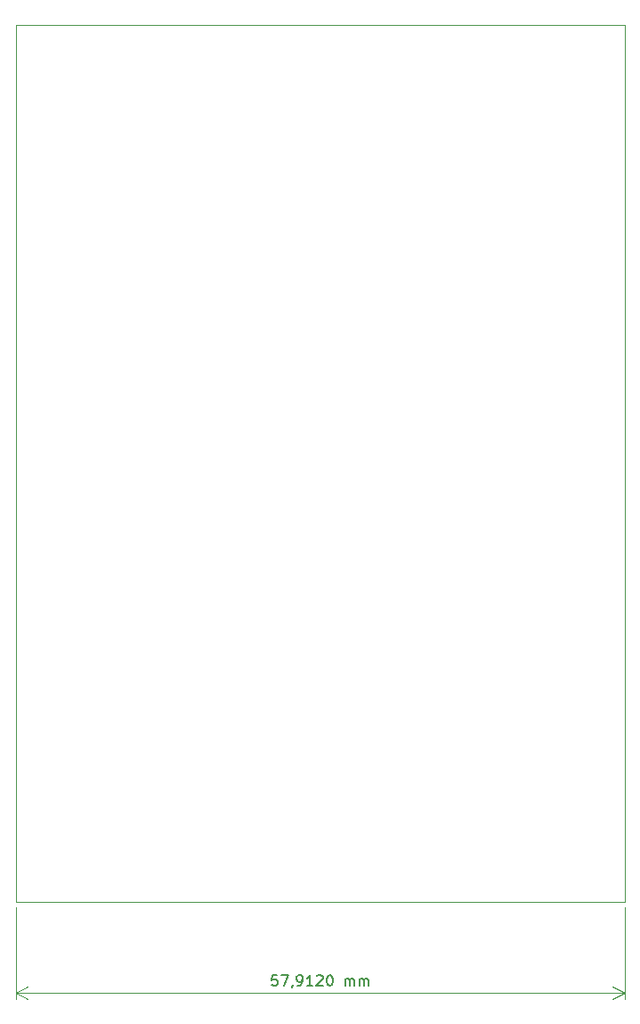
<source format=gm1>
G04 #@! TF.GenerationSoftware,KiCad,Pcbnew,7.0.1*
G04 #@! TF.CreationDate,2023-05-11T17:19:10+02:00*
G04 #@! TF.ProjectId,midi-interface,6d696469-2d69-46e7-9465-72666163652e,rev?*
G04 #@! TF.SameCoordinates,Original*
G04 #@! TF.FileFunction,Profile,NP*
%FSLAX46Y46*%
G04 Gerber Fmt 4.6, Leading zero omitted, Abs format (unit mm)*
G04 Created by KiCad (PCBNEW 7.0.1) date 2023-05-11 17:19:10*
%MOMM*%
%LPD*%
G01*
G04 APERTURE LIST*
G04 #@! TA.AperFunction,Profile*
%ADD10C,0.100000*%
G04 #@! TD*
%ADD11C,0.150000*%
G04 APERTURE END LIST*
D10*
X91440000Y-64516000D02*
X149352000Y-64516000D01*
X149352000Y-147828000D01*
X91440000Y-147828000D01*
X91440000Y-64516000D01*
D11*
X116300762Y-154776619D02*
X115824572Y-154776619D01*
X115824572Y-154776619D02*
X115776953Y-155252809D01*
X115776953Y-155252809D02*
X115824572Y-155205190D01*
X115824572Y-155205190D02*
X115919810Y-155157571D01*
X115919810Y-155157571D02*
X116157905Y-155157571D01*
X116157905Y-155157571D02*
X116253143Y-155205190D01*
X116253143Y-155205190D02*
X116300762Y-155252809D01*
X116300762Y-155252809D02*
X116348381Y-155348047D01*
X116348381Y-155348047D02*
X116348381Y-155586142D01*
X116348381Y-155586142D02*
X116300762Y-155681380D01*
X116300762Y-155681380D02*
X116253143Y-155729000D01*
X116253143Y-155729000D02*
X116157905Y-155776619D01*
X116157905Y-155776619D02*
X115919810Y-155776619D01*
X115919810Y-155776619D02*
X115824572Y-155729000D01*
X115824572Y-155729000D02*
X115776953Y-155681380D01*
X116681715Y-154776619D02*
X117348381Y-154776619D01*
X117348381Y-154776619D02*
X116919810Y-155776619D01*
X117776953Y-155729000D02*
X117776953Y-155776619D01*
X117776953Y-155776619D02*
X117729334Y-155871857D01*
X117729334Y-155871857D02*
X117681715Y-155919476D01*
X118253143Y-155776619D02*
X118443619Y-155776619D01*
X118443619Y-155776619D02*
X118538857Y-155729000D01*
X118538857Y-155729000D02*
X118586476Y-155681380D01*
X118586476Y-155681380D02*
X118681714Y-155538523D01*
X118681714Y-155538523D02*
X118729333Y-155348047D01*
X118729333Y-155348047D02*
X118729333Y-154967095D01*
X118729333Y-154967095D02*
X118681714Y-154871857D01*
X118681714Y-154871857D02*
X118634095Y-154824238D01*
X118634095Y-154824238D02*
X118538857Y-154776619D01*
X118538857Y-154776619D02*
X118348381Y-154776619D01*
X118348381Y-154776619D02*
X118253143Y-154824238D01*
X118253143Y-154824238D02*
X118205524Y-154871857D01*
X118205524Y-154871857D02*
X118157905Y-154967095D01*
X118157905Y-154967095D02*
X118157905Y-155205190D01*
X118157905Y-155205190D02*
X118205524Y-155300428D01*
X118205524Y-155300428D02*
X118253143Y-155348047D01*
X118253143Y-155348047D02*
X118348381Y-155395666D01*
X118348381Y-155395666D02*
X118538857Y-155395666D01*
X118538857Y-155395666D02*
X118634095Y-155348047D01*
X118634095Y-155348047D02*
X118681714Y-155300428D01*
X118681714Y-155300428D02*
X118729333Y-155205190D01*
X119681714Y-155776619D02*
X119110286Y-155776619D01*
X119396000Y-155776619D02*
X119396000Y-154776619D01*
X119396000Y-154776619D02*
X119300762Y-154919476D01*
X119300762Y-154919476D02*
X119205524Y-155014714D01*
X119205524Y-155014714D02*
X119110286Y-155062333D01*
X120062667Y-154871857D02*
X120110286Y-154824238D01*
X120110286Y-154824238D02*
X120205524Y-154776619D01*
X120205524Y-154776619D02*
X120443619Y-154776619D01*
X120443619Y-154776619D02*
X120538857Y-154824238D01*
X120538857Y-154824238D02*
X120586476Y-154871857D01*
X120586476Y-154871857D02*
X120634095Y-154967095D01*
X120634095Y-154967095D02*
X120634095Y-155062333D01*
X120634095Y-155062333D02*
X120586476Y-155205190D01*
X120586476Y-155205190D02*
X120015048Y-155776619D01*
X120015048Y-155776619D02*
X120634095Y-155776619D01*
X121253143Y-154776619D02*
X121348381Y-154776619D01*
X121348381Y-154776619D02*
X121443619Y-154824238D01*
X121443619Y-154824238D02*
X121491238Y-154871857D01*
X121491238Y-154871857D02*
X121538857Y-154967095D01*
X121538857Y-154967095D02*
X121586476Y-155157571D01*
X121586476Y-155157571D02*
X121586476Y-155395666D01*
X121586476Y-155395666D02*
X121538857Y-155586142D01*
X121538857Y-155586142D02*
X121491238Y-155681380D01*
X121491238Y-155681380D02*
X121443619Y-155729000D01*
X121443619Y-155729000D02*
X121348381Y-155776619D01*
X121348381Y-155776619D02*
X121253143Y-155776619D01*
X121253143Y-155776619D02*
X121157905Y-155729000D01*
X121157905Y-155729000D02*
X121110286Y-155681380D01*
X121110286Y-155681380D02*
X121062667Y-155586142D01*
X121062667Y-155586142D02*
X121015048Y-155395666D01*
X121015048Y-155395666D02*
X121015048Y-155157571D01*
X121015048Y-155157571D02*
X121062667Y-154967095D01*
X121062667Y-154967095D02*
X121110286Y-154871857D01*
X121110286Y-154871857D02*
X121157905Y-154824238D01*
X121157905Y-154824238D02*
X121253143Y-154776619D01*
X122776953Y-155776619D02*
X122776953Y-155109952D01*
X122776953Y-155205190D02*
X122824572Y-155157571D01*
X122824572Y-155157571D02*
X122919810Y-155109952D01*
X122919810Y-155109952D02*
X123062667Y-155109952D01*
X123062667Y-155109952D02*
X123157905Y-155157571D01*
X123157905Y-155157571D02*
X123205524Y-155252809D01*
X123205524Y-155252809D02*
X123205524Y-155776619D01*
X123205524Y-155252809D02*
X123253143Y-155157571D01*
X123253143Y-155157571D02*
X123348381Y-155109952D01*
X123348381Y-155109952D02*
X123491238Y-155109952D01*
X123491238Y-155109952D02*
X123586477Y-155157571D01*
X123586477Y-155157571D02*
X123634096Y-155252809D01*
X123634096Y-155252809D02*
X123634096Y-155776619D01*
X124110286Y-155776619D02*
X124110286Y-155109952D01*
X124110286Y-155205190D02*
X124157905Y-155157571D01*
X124157905Y-155157571D02*
X124253143Y-155109952D01*
X124253143Y-155109952D02*
X124396000Y-155109952D01*
X124396000Y-155109952D02*
X124491238Y-155157571D01*
X124491238Y-155157571D02*
X124538857Y-155252809D01*
X124538857Y-155252809D02*
X124538857Y-155776619D01*
X124538857Y-155252809D02*
X124586476Y-155157571D01*
X124586476Y-155157571D02*
X124681714Y-155109952D01*
X124681714Y-155109952D02*
X124824571Y-155109952D01*
X124824571Y-155109952D02*
X124919810Y-155157571D01*
X124919810Y-155157571D02*
X124967429Y-155252809D01*
X124967429Y-155252809D02*
X124967429Y-155776619D01*
D10*
X149352000Y-148328000D02*
X149352000Y-157050420D01*
X91440000Y-148328000D02*
X91440000Y-157050420D01*
X149352000Y-156464000D02*
X91440000Y-156464000D01*
X149352000Y-156464000D02*
X91440000Y-156464000D01*
X149352000Y-156464000D02*
X148225496Y-157050421D01*
X149352000Y-156464000D02*
X148225496Y-155877579D01*
X91440000Y-156464000D02*
X92566504Y-155877579D01*
X91440000Y-156464000D02*
X92566504Y-157050421D01*
M02*

</source>
